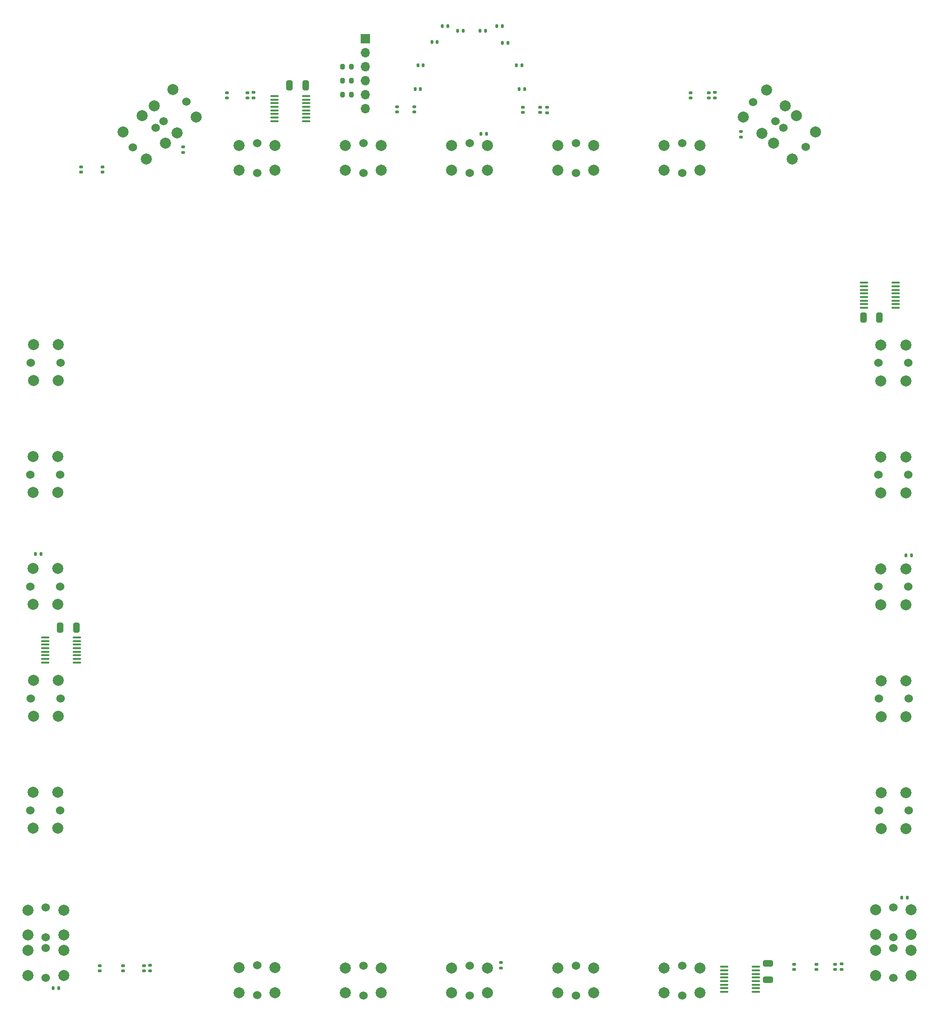
<source format=gbr>
%TF.GenerationSoftware,KiCad,Pcbnew,(6.0.9)*%
%TF.CreationDate,2023-01-21T03:06:26-09:00*%
%TF.ProjectId,AMPCD,414d5043-442e-46b6-9963-61645f706362,rev?*%
%TF.SameCoordinates,Original*%
%TF.FileFunction,Soldermask,Top*%
%TF.FilePolarity,Negative*%
%FSLAX46Y46*%
G04 Gerber Fmt 4.6, Leading zero omitted, Abs format (unit mm)*
G04 Created by KiCad (PCBNEW (6.0.9)) date 2023-01-21 03:06:26*
%MOMM*%
%LPD*%
G01*
G04 APERTURE LIST*
G04 Aperture macros list*
%AMRoundRect*
0 Rectangle with rounded corners*
0 $1 Rounding radius*
0 $2 $3 $4 $5 $6 $7 $8 $9 X,Y pos of 4 corners*
0 Add a 4 corners polygon primitive as box body*
4,1,4,$2,$3,$4,$5,$6,$7,$8,$9,$2,$3,0*
0 Add four circle primitives for the rounded corners*
1,1,$1+$1,$2,$3*
1,1,$1+$1,$4,$5*
1,1,$1+$1,$6,$7*
1,1,$1+$1,$8,$9*
0 Add four rect primitives between the rounded corners*
20,1,$1+$1,$2,$3,$4,$5,0*
20,1,$1+$1,$4,$5,$6,$7,0*
20,1,$1+$1,$6,$7,$8,$9,0*
20,1,$1+$1,$8,$9,$2,$3,0*%
G04 Aperture macros list end*
%ADD10C,2.000000*%
%ADD11C,1.524000*%
%ADD12RoundRect,0.135000X-0.185000X0.135000X-0.185000X-0.135000X0.185000X-0.135000X0.185000X0.135000X0*%
%ADD13RoundRect,0.135000X-0.135000X-0.185000X0.135000X-0.185000X0.135000X0.185000X-0.135000X0.185000X0*%
%ADD14RoundRect,0.100000X-0.637500X-0.100000X0.637500X-0.100000X0.637500X0.100000X-0.637500X0.100000X0*%
%ADD15RoundRect,0.135000X0.135000X0.185000X-0.135000X0.185000X-0.135000X-0.185000X0.135000X-0.185000X0*%
%ADD16RoundRect,0.135000X0.185000X-0.135000X0.185000X0.135000X-0.185000X0.135000X-0.185000X-0.135000X0*%
%ADD17RoundRect,0.100000X0.637500X0.100000X-0.637500X0.100000X-0.637500X-0.100000X0.637500X-0.100000X0*%
%ADD18RoundRect,0.147500X0.147500X0.172500X-0.147500X0.172500X-0.147500X-0.172500X0.147500X-0.172500X0*%
%ADD19RoundRect,0.200000X0.200000X0.275000X-0.200000X0.275000X-0.200000X-0.275000X0.200000X-0.275000X0*%
%ADD20RoundRect,0.147500X-0.147500X-0.172500X0.147500X-0.172500X0.147500X0.172500X-0.147500X0.172500X0*%
%ADD21RoundRect,0.147500X0.172500X-0.147500X0.172500X0.147500X-0.172500X0.147500X-0.172500X-0.147500X0*%
%ADD22RoundRect,0.147500X-0.172500X0.147500X-0.172500X-0.147500X0.172500X-0.147500X0.172500X0.147500X0*%
%ADD23RoundRect,0.249999X0.325001X0.650001X-0.325001X0.650001X-0.325001X-0.650001X0.325001X-0.650001X0*%
%ADD24RoundRect,0.249999X-0.325001X-0.650001X0.325001X-0.650001X0.325001X0.650001X-0.325001X0.650001X0*%
%ADD25RoundRect,0.249999X-0.650001X0.325001X-0.650001X-0.325001X0.650001X-0.325001X0.650001X0.325001X0*%
%ADD26R,1.700000X1.700000*%
%ADD27O,1.700000X1.700000*%
G04 APERTURE END LIST*
D10*
%TO.C,SW15*%
X165858411Y-166932718D03*
X172358411Y-166932718D03*
X172358411Y-162432718D03*
X165858411Y-162432718D03*
D11*
X169108411Y-161982718D03*
X169108411Y-167382718D03*
%TD*%
D10*
%TO.C,SW28*%
X17354262Y-59850988D03*
X17354262Y-66350988D03*
X12854262Y-66350988D03*
X12854262Y-59850988D03*
D11*
X12404262Y-63100988D03*
X17804262Y-63100988D03*
%TD*%
D10*
%TO.C,SW27*%
X17290762Y-80170988D03*
X17290762Y-86670988D03*
X12790762Y-80170988D03*
X12790762Y-86670988D03*
D11*
X12340762Y-83420988D03*
X17740762Y-83420988D03*
%TD*%
D10*
%TO.C,SW26*%
X17290762Y-100490988D03*
X17290762Y-106990988D03*
X12790762Y-100490988D03*
X12790762Y-106990988D03*
D11*
X12340762Y-103740988D03*
X17740762Y-103740988D03*
%TD*%
D10*
%TO.C,SW25*%
X17354262Y-127310988D03*
X17354262Y-120810988D03*
X12854262Y-120810988D03*
X12854262Y-127310988D03*
D11*
X12404262Y-124060988D03*
X17804262Y-124060988D03*
%TD*%
D10*
%TO.C,SW24*%
X17290762Y-147630988D03*
X17290762Y-141130988D03*
X12790762Y-141130988D03*
X12790762Y-147630988D03*
D11*
X12340762Y-144380988D03*
X17740762Y-144380988D03*
%TD*%
D10*
%TO.C,SW23*%
X18358411Y-162482718D03*
X11858411Y-162482718D03*
X11858411Y-166982718D03*
X18358411Y-166982718D03*
D11*
X15108411Y-167432718D03*
X15108411Y-162032718D03*
%TD*%
D10*
%TO.C,SW22*%
X11858411Y-169832718D03*
X18358411Y-169832718D03*
X11858411Y-174332718D03*
X18358411Y-174332718D03*
D11*
X15108411Y-174782718D03*
X15108411Y-169382718D03*
%TD*%
D10*
%TO.C,SW21*%
X56755762Y-177467488D03*
X50255762Y-177467488D03*
X56755762Y-172967488D03*
X50255762Y-172967488D03*
D11*
X53505762Y-172517488D03*
X53505762Y-177917488D03*
%TD*%
D10*
%TO.C,SW20*%
X76059762Y-177530988D03*
X69559762Y-177530988D03*
X69559762Y-173030988D03*
X76059762Y-173030988D03*
D11*
X72809762Y-172580988D03*
X72809762Y-177980988D03*
%TD*%
D10*
%TO.C,SW19*%
X95363762Y-177530988D03*
X88863762Y-177530988D03*
X88863762Y-173030988D03*
X95363762Y-173030988D03*
D11*
X92113762Y-172580988D03*
X92113762Y-177980988D03*
%TD*%
D10*
%TO.C,SW18*%
X108167762Y-177530988D03*
X114667762Y-177530988D03*
X114667762Y-173030988D03*
X108167762Y-173030988D03*
D11*
X111417762Y-172580988D03*
X111417762Y-177980988D03*
%TD*%
D10*
%TO.C,SW17*%
X127471762Y-177530988D03*
X133971762Y-177530988D03*
X133971762Y-173030988D03*
X127471762Y-173030988D03*
D11*
X130721762Y-172580988D03*
X130721762Y-177980988D03*
%TD*%
D10*
%TO.C,SW16*%
X172358411Y-174332718D03*
X165858411Y-174332718D03*
X172358411Y-169832718D03*
X165858411Y-169832718D03*
D11*
X169108411Y-169382718D03*
X169108411Y-174782718D03*
%TD*%
D10*
%TO.C,SW14*%
X166913762Y-141153988D03*
X166913762Y-147653988D03*
X171413762Y-141153988D03*
X171413762Y-147653988D03*
D11*
X171863762Y-144403988D03*
X166463762Y-144403988D03*
%TD*%
D10*
%TO.C,SW13*%
X166913762Y-120833988D03*
X166913762Y-127333988D03*
X171413762Y-120833988D03*
X171413762Y-127333988D03*
D11*
X171863762Y-124083988D03*
X166463762Y-124083988D03*
%TD*%
D10*
%TO.C,SW12*%
X166850262Y-100513988D03*
X166850262Y-107013988D03*
X171350262Y-107013988D03*
X171350262Y-100513988D03*
D11*
X171800262Y-103763988D03*
X166400262Y-103763988D03*
%TD*%
D10*
%TO.C,SW11*%
X166850262Y-86693988D03*
X166850262Y-80193988D03*
X171350262Y-80193988D03*
X171350262Y-86693988D03*
D11*
X171800262Y-83443988D03*
X166400262Y-83443988D03*
%TD*%
D10*
%TO.C,SW10*%
X166850262Y-66373988D03*
X166850262Y-59873988D03*
X171350262Y-59873988D03*
X171350262Y-66373988D03*
D11*
X171800262Y-63123988D03*
X166400262Y-63123988D03*
%TD*%
D10*
%TO.C,SW9*%
X147318709Y-23216177D03*
X151531489Y-18266178D03*
X154958411Y-21182718D03*
X150745632Y-26132717D03*
D11*
X153194714Y-23949371D03*
X149082407Y-20449524D03*
%TD*%
D10*
%TO.C,SW8*%
X141818709Y-18516177D03*
X146031489Y-13566178D03*
X149458411Y-16482718D03*
X145245632Y-21432717D03*
D11*
X147694714Y-19249371D03*
X143582407Y-15749524D03*
%TD*%
D10*
%TO.C,SW7*%
X127471762Y-28178988D03*
X133971762Y-28178988D03*
X133971762Y-23678988D03*
X127471762Y-23678988D03*
D11*
X130721762Y-23228988D03*
X130721762Y-28628988D03*
%TD*%
D10*
%TO.C,SW6*%
X108167762Y-28178988D03*
X114667762Y-28178988D03*
X108167762Y-23678988D03*
X114667762Y-23678988D03*
D11*
X111417762Y-23228988D03*
X111417762Y-28628988D03*
%TD*%
D10*
%TO.C,SW5*%
X88863762Y-28178988D03*
X95363762Y-28178988D03*
X95363762Y-23678988D03*
X88863762Y-23678988D03*
D11*
X92113762Y-23228988D03*
X92113762Y-28628988D03*
%TD*%
D10*
%TO.C,SW4*%
X76059762Y-28178988D03*
X69559762Y-28178988D03*
X76059762Y-23678988D03*
X69559762Y-23678988D03*
D11*
X72809762Y-23228988D03*
X72809762Y-28628988D03*
%TD*%
D10*
%TO.C,SW3*%
X50255762Y-28178988D03*
X56755762Y-28178988D03*
X50255762Y-23678988D03*
X56755762Y-23678988D03*
D11*
X53505762Y-23228988D03*
X53505762Y-28628988D03*
%TD*%
D10*
%TO.C,SW2*%
X34781489Y-16449258D03*
X38994268Y-21399257D03*
X38208411Y-13532718D03*
X42421190Y-18482717D03*
D11*
X40657493Y-15716064D03*
X36545186Y-19215911D03*
%TD*%
D10*
%TO.C,SW1*%
X29181489Y-21199258D03*
X33394268Y-26149257D03*
X32608411Y-18282718D03*
X36821190Y-23232717D03*
D11*
X35057493Y-20466064D03*
X30945186Y-23965911D03*
%TD*%
D12*
%TO.C,R16*%
X159666262Y-172266988D03*
X159666262Y-173286988D03*
%TD*%
D13*
%TO.C,R7*%
X171348262Y-98100988D03*
X172368262Y-98100988D03*
%TD*%
D14*
%TO.C,U3*%
X138388762Y-172787988D03*
X138388762Y-173437988D03*
X138388762Y-174087988D03*
X138388762Y-174737988D03*
X138388762Y-175387988D03*
X138388762Y-176037988D03*
X138388762Y-176687988D03*
X138388762Y-177337988D03*
X144113762Y-177337988D03*
X144113762Y-176687988D03*
X144113762Y-176037988D03*
X144113762Y-175387988D03*
X144113762Y-174737988D03*
X144113762Y-174087988D03*
X144113762Y-173437988D03*
X144113762Y-172787988D03*
%TD*%
D15*
%TO.C,R8*%
X171668411Y-160232718D03*
X170648411Y-160232718D03*
%TD*%
D14*
%TO.C,U1*%
X56676962Y-14672988D03*
X56676962Y-15322988D03*
X56676962Y-15972988D03*
X56676962Y-16622988D03*
X56676962Y-17272988D03*
X56676962Y-17922988D03*
X56676962Y-18572988D03*
X56676962Y-19222988D03*
X62401962Y-19222988D03*
X62401962Y-18572988D03*
X62401962Y-17922988D03*
X62401962Y-17272988D03*
X62401962Y-16622988D03*
X62401962Y-15972988D03*
X62401962Y-15322988D03*
X62401962Y-14672988D03*
%TD*%
D15*
%TO.C,R17*%
X88167262Y-1961988D03*
X87147262Y-1961988D03*
%TD*%
%TO.C,R5*%
X95152262Y-21519988D03*
X94132262Y-21519988D03*
%TD*%
%TO.C,R11*%
X14253262Y-97821588D03*
X13233262Y-97821588D03*
%TD*%
D13*
%TO.C,R18*%
X97053262Y-1961988D03*
X98073262Y-1961988D03*
%TD*%
D15*
%TO.C,R10*%
X17468411Y-176632718D03*
X16448411Y-176632718D03*
%TD*%
D14*
%TO.C,U4*%
X15046362Y-112970988D03*
X15046362Y-113620988D03*
X15046362Y-114270988D03*
X15046362Y-114920988D03*
X15046362Y-115570988D03*
X15046362Y-116220988D03*
X15046362Y-116870988D03*
X15046362Y-117520988D03*
X20771362Y-117520988D03*
X20771362Y-116870988D03*
X20771362Y-116220988D03*
X20771362Y-115570988D03*
X20771362Y-114920988D03*
X20771362Y-114270988D03*
X20771362Y-113620988D03*
X20771362Y-112970988D03*
%TD*%
D16*
%TO.C,R13*%
X106199262Y-17711988D03*
X106199262Y-16691988D03*
%TD*%
%TO.C,R12*%
X52859262Y-15044988D03*
X52859262Y-14024988D03*
%TD*%
%TO.C,R6*%
X141408411Y-22142718D03*
X141408411Y-21122718D03*
%TD*%
%TO.C,R14*%
X136679262Y-15044988D03*
X136679262Y-14024988D03*
%TD*%
D17*
%TO.C,U2*%
X169513762Y-53131988D03*
X169513762Y-52481988D03*
X169513762Y-51831988D03*
X169513762Y-51181988D03*
X169513762Y-50531988D03*
X169513762Y-49881988D03*
X169513762Y-49231988D03*
X169513762Y-48581988D03*
X163788762Y-48581988D03*
X163788762Y-49231988D03*
X163788762Y-49881988D03*
X163788762Y-50531988D03*
X163788762Y-51181988D03*
X163788762Y-51831988D03*
X163788762Y-52481988D03*
X163788762Y-53131988D03*
%TD*%
D16*
%TO.C,R15*%
X34063262Y-173540988D03*
X34063262Y-172520988D03*
%TD*%
%TO.C,R9*%
X97817262Y-173007588D03*
X97817262Y-171987588D03*
%TD*%
%TO.C,R4*%
X40058411Y-24942718D03*
X40058411Y-23922718D03*
%TD*%
D18*
%TO.C,D20*%
X90936262Y-2850988D03*
X89966262Y-2850988D03*
%TD*%
D19*
%TO.C,R2*%
X70639262Y-11867988D03*
X68989262Y-11867988D03*
%TD*%
D20*
%TO.C,D18*%
X82727262Y-9073988D03*
X83697262Y-9073988D03*
%TD*%
D19*
%TO.C,R1*%
X70639262Y-14407988D03*
X68989262Y-14407988D03*
%TD*%
D18*
%TO.C,D22*%
X101604262Y-9073988D03*
X100634262Y-9073988D03*
%TD*%
D21*
%TO.C,D10*%
X135536262Y-15019988D03*
X135536262Y-14049988D03*
%TD*%
D20*
%TO.C,D19*%
X85267262Y-4882988D03*
X86237262Y-4882988D03*
%TD*%
D21*
%TO.C,D15*%
X155094262Y-173261988D03*
X155094262Y-172291988D03*
%TD*%
D20*
%TO.C,D24*%
X94030262Y-2850988D03*
X95000262Y-2850988D03*
%TD*%
D18*
%TO.C,D17*%
X83189262Y-13391988D03*
X82219262Y-13391988D03*
%TD*%
%TO.C,D23*%
X99064262Y-5009988D03*
X98094262Y-5009988D03*
%TD*%
D21*
%TO.C,D11*%
X24919262Y-173515988D03*
X24919262Y-172545988D03*
%TD*%
D20*
%TO.C,D21*%
X101142262Y-13391988D03*
X102112262Y-13391988D03*
%TD*%
D22*
%TO.C,D16*%
X158523262Y-172291988D03*
X158523262Y-173261988D03*
%TD*%
D21*
%TO.C,D13*%
X32920262Y-173515988D03*
X32920262Y-172545988D03*
%TD*%
D22*
%TO.C,D14*%
X151030262Y-172291988D03*
X151030262Y-173261988D03*
%TD*%
%TO.C,D12*%
X29110262Y-172545988D03*
X29110262Y-173515988D03*
%TD*%
D21*
%TO.C,D8*%
X104929262Y-17686988D03*
X104929262Y-16716988D03*
%TD*%
D22*
%TO.C,D7*%
X101754262Y-16716988D03*
X101754262Y-17686988D03*
%TD*%
D21*
%TO.C,D6*%
X82069262Y-17559988D03*
X82069262Y-16589988D03*
%TD*%
%TO.C,D4*%
X51716262Y-15019988D03*
X51716262Y-14049988D03*
%TD*%
D23*
%TO.C,C1*%
X62360662Y-12731588D03*
X59410662Y-12731588D03*
%TD*%
D22*
%TO.C,D3*%
X48033262Y-14049988D03*
X48033262Y-15019988D03*
%TD*%
D21*
%TO.C,D2*%
X25427262Y-28481988D03*
X25427262Y-27511988D03*
%TD*%
D23*
%TO.C,C4*%
X20704662Y-111181988D03*
X17754662Y-111181988D03*
%TD*%
D24*
%TO.C,C2*%
X163652262Y-54895588D03*
X166602262Y-54895588D03*
%TD*%
D22*
%TO.C,D9*%
X132234262Y-14049988D03*
X132234262Y-15019988D03*
%TD*%
%TO.C,D1*%
X21490262Y-27511988D03*
X21490262Y-28481988D03*
%TD*%
%TO.C,D5*%
X78894262Y-16589988D03*
X78894262Y-17559988D03*
%TD*%
D25*
%TO.C,C3*%
X146345262Y-172155988D03*
X146345262Y-175105988D03*
%TD*%
D19*
%TO.C,R3*%
X70639262Y-9327988D03*
X68989262Y-9327988D03*
%TD*%
D26*
%TO.C,J1*%
X73179262Y-4247988D03*
D27*
X73179262Y-6787988D03*
X73179262Y-9327988D03*
X73179262Y-11867988D03*
X73179262Y-14407988D03*
X73179262Y-16947988D03*
%TD*%
M02*

</source>
